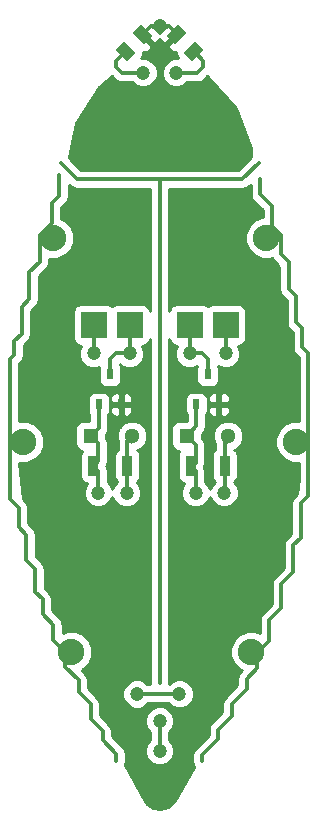
<source format=gbr>
G04 #@! TF.FileFunction,Copper,L1,Top,Signal*
%FSLAX46Y46*%
G04 Gerber Fmt 4.6, Leading zero omitted, Abs format (unit mm)*
G04 Created by KiCad (PCBNEW 0.201505162027+5655~23~ubuntu14.04.1-product) date Di 25 Aug 2015 00:43:14 CEST*
%MOMM*%
G01*
G04 APERTURE LIST*
%ADD10C,0.100000*%
%ADD11C,2.235200*%
%ADD12R,2.200000X2.200000*%
%ADD13R,0.609600X0.889000*%
%ADD14C,1.300000*%
%ADD15R,1.300000X1.300000*%
%ADD16R,0.900000X1.700000*%
%ADD17C,1.200000*%
%ADD18C,0.350000*%
%ADD19C,0.254000*%
G04 APERTURE END LIST*
D10*
D11*
X142240000Y-56134000D03*
X143764000Y-91186000D03*
X160274000Y-56134000D03*
X159004000Y-91186000D03*
X139700000Y-73406000D03*
D10*
G36*
X148519941Y-41189887D02*
X147532113Y-40202059D01*
X148239219Y-39494953D01*
X149227047Y-40482781D01*
X148519941Y-41189887D01*
X148519941Y-41189887D01*
G37*
G36*
X149956781Y-39753047D02*
X148968953Y-38765219D01*
X149676059Y-38058113D01*
X150663887Y-39045941D01*
X149956781Y-39753047D01*
X149956781Y-39753047D01*
G37*
G36*
X154981887Y-40202059D02*
X153994059Y-41189887D01*
X153286953Y-40482781D01*
X154274781Y-39494953D01*
X154981887Y-40202059D01*
X154981887Y-40202059D01*
G37*
G36*
X153545047Y-38765219D02*
X152557219Y-39753047D01*
X151850113Y-39045941D01*
X152837941Y-38058113D01*
X153545047Y-38765219D01*
X153545047Y-38765219D01*
G37*
D12*
X153797000Y-63500000D03*
X156845000Y-63500000D03*
X145669000Y-63500000D03*
X148717000Y-63500000D03*
D13*
X156273500Y-70231000D03*
X154368500Y-70231000D03*
X155321000Y-67691000D03*
X148018500Y-70231000D03*
X146113500Y-70231000D03*
X147066000Y-67691000D03*
D14*
X157043000Y-72898000D03*
D15*
X153543000Y-72898000D03*
D14*
X148915000Y-72898000D03*
D15*
X145415000Y-72898000D03*
D16*
X153871000Y-75438000D03*
X156771000Y-75438000D03*
X145616000Y-75438000D03*
X148516000Y-75438000D03*
D11*
X162814000Y-73406000D03*
D17*
X154305000Y-77724000D03*
X153797000Y-65913000D03*
X146050000Y-77724000D03*
X148717000Y-65913000D03*
X152654000Y-42164000D03*
X149860000Y-42164000D03*
X151256661Y-38227000D03*
X147193000Y-52832000D03*
X155321000Y-52832000D03*
X156845000Y-65913000D03*
X145669000Y-65913000D03*
X152935305Y-94742000D03*
X149339935Y-94752160D03*
X148463000Y-77724000D03*
X156718000Y-77724000D03*
X151257000Y-99568000D03*
X151257000Y-97028000D03*
D18*
X142113000Y-54864000D02*
X141097000Y-55880000D01*
X141097000Y-55880000D02*
X141097000Y-58166000D01*
X142113000Y-53213000D02*
X142113000Y-54864000D01*
X157353000Y-95631000D02*
X157353000Y-96647000D01*
X154813000Y-99949000D02*
X154813000Y-100457000D01*
X156210000Y-98552000D02*
X154813000Y-99949000D01*
X156210000Y-97790000D02*
X156210000Y-98552000D01*
X157353000Y-96647000D02*
X156210000Y-97790000D01*
X160528000Y-89535000D02*
X160528000Y-90297000D01*
X162179000Y-58166000D02*
X162179000Y-59436000D01*
X161544000Y-57531000D02*
X162179000Y-58166000D01*
X161544000Y-55880000D02*
X161544000Y-57531000D01*
X160782000Y-55118000D02*
X161544000Y-55880000D01*
X160782000Y-53467000D02*
X160782000Y-55118000D01*
X159766000Y-52451000D02*
X160782000Y-53467000D01*
X162179000Y-59436000D02*
X162179000Y-60452000D01*
X162179000Y-60452000D02*
X162814000Y-61087000D01*
X159766000Y-51181000D02*
X159766000Y-52451000D01*
X163830000Y-65913000D02*
X163322000Y-65405000D01*
X163322000Y-65405000D02*
X163322000Y-63754000D01*
X163322000Y-63754000D02*
X162814000Y-63246000D01*
X162814000Y-63246000D02*
X162814000Y-61087000D01*
X163195000Y-81534000D02*
X162560000Y-82169000D01*
X162560000Y-82169000D02*
X162560000Y-84455000D01*
X162560000Y-84455000D02*
X161544000Y-85471000D01*
X161544000Y-85471000D02*
X161544000Y-87503000D01*
X161544000Y-87503000D02*
X160528000Y-88519000D01*
X160528000Y-88519000D02*
X160528000Y-89535000D01*
X163830000Y-76835000D02*
X163830000Y-77978000D01*
X163830000Y-74422000D02*
X163830000Y-66167000D01*
X163830000Y-74422000D02*
X163830000Y-76835000D01*
X163195000Y-78613000D02*
X163195000Y-81026000D01*
X163830000Y-77978000D02*
X163195000Y-78613000D01*
X163195000Y-81026000D02*
X163195000Y-81534000D01*
X163830000Y-66167000D02*
X163830000Y-65913000D01*
X158623000Y-94361000D02*
X157353000Y-95631000D01*
X157353000Y-95631000D02*
X157353000Y-95631000D01*
X158623000Y-93472000D02*
X158623000Y-94361000D01*
X159512000Y-92583000D02*
X158623000Y-93472000D01*
X159512000Y-91313000D02*
X159512000Y-92583000D01*
X160528000Y-90297000D02*
X159512000Y-91313000D01*
X145415000Y-96901000D02*
X146431000Y-97917000D01*
X138557000Y-78232000D02*
X139319000Y-78994000D01*
X139319000Y-78994000D02*
X139319000Y-80645000D01*
X139319000Y-80645000D02*
X139954000Y-81280000D01*
X139954000Y-81280000D02*
X139954000Y-83439000D01*
X139954000Y-83439000D02*
X140716000Y-84201000D01*
X140716000Y-84201000D02*
X140716000Y-86106000D01*
X140716000Y-86106000D02*
X141351000Y-86741000D01*
X141351000Y-86741000D02*
X141351000Y-88011000D01*
X141351000Y-88011000D02*
X142240000Y-88900000D01*
X142240000Y-88900000D02*
X142240000Y-90170000D01*
X142240000Y-90170000D02*
X143256000Y-91186000D01*
X143256000Y-91186000D02*
X143256000Y-92456000D01*
X143256000Y-92456000D02*
X144399000Y-93599000D01*
X144399000Y-93599000D02*
X144399000Y-94615000D01*
X144399000Y-94615000D02*
X145415000Y-95631000D01*
X145415000Y-95631000D02*
X145415000Y-96901000D01*
X138938000Y-66040000D02*
X138938000Y-64897000D01*
X138938000Y-64897000D02*
X139573000Y-64262000D01*
X142748000Y-52578000D02*
X142113000Y-53213000D01*
X141097000Y-58166000D02*
X140208000Y-59055000D01*
X140208000Y-59055000D02*
X140208000Y-61341000D01*
X140208000Y-61341000D02*
X139573000Y-61976000D01*
X139573000Y-61976000D02*
X139573000Y-64262000D01*
X142748000Y-50800000D02*
X142748000Y-52578000D01*
X138557000Y-77597000D02*
X138557000Y-66421000D01*
X138938000Y-66040000D02*
X138557000Y-66421000D01*
X138557000Y-77597000D02*
X138557000Y-78232000D01*
X147574000Y-99822000D02*
X147574000Y-100457000D01*
X146431000Y-98679000D02*
X147574000Y-99822000D01*
X146431000Y-97917000D02*
X146431000Y-98679000D01*
X142875000Y-49784000D02*
X143129000Y-50038000D01*
X143129000Y-50038000D02*
X144272000Y-51181000D01*
X144272000Y-51181000D02*
X151257000Y-51181000D01*
X151257000Y-79883000D02*
X151257000Y-51181000D01*
X151257000Y-91440000D02*
X151257000Y-79883000D01*
X151257000Y-91440000D02*
X151257000Y-93853000D01*
X151257000Y-51181000D02*
X158242000Y-51181000D01*
X158242000Y-51181000D02*
X159639000Y-49784000D01*
X154305000Y-70294500D02*
X154368500Y-70231000D01*
X154368500Y-72072500D02*
X153543000Y-72898000D01*
X154368500Y-70231000D02*
X154368500Y-72072500D01*
X154305000Y-73660000D02*
X153543000Y-72898000D01*
X154305000Y-75184000D02*
X154305000Y-73660000D01*
X154051000Y-75438000D02*
X154305000Y-75184000D01*
X153871000Y-75438000D02*
X154051000Y-75438000D01*
X154305000Y-75872000D02*
X153871000Y-75438000D01*
X154305000Y-75872000D02*
X154305000Y-77724000D01*
X153797000Y-65913000D02*
X154813000Y-65913000D01*
X155321000Y-66421000D02*
X155321000Y-67691000D01*
X154813000Y-65913000D02*
X155321000Y-66421000D01*
X153797000Y-63500000D02*
X153797000Y-65913000D01*
X146050000Y-70294500D02*
X146113500Y-70231000D01*
X146113500Y-72199500D02*
X145415000Y-72898000D01*
X146113500Y-70231000D02*
X146113500Y-72199500D01*
X146050000Y-75872000D02*
X145616000Y-75438000D01*
X146050000Y-75872000D02*
X146050000Y-77724000D01*
X145415000Y-75237000D02*
X145616000Y-75438000D01*
X146050000Y-73533000D02*
X145415000Y-72898000D01*
X146050000Y-75057000D02*
X146050000Y-73533000D01*
X145669000Y-75438000D02*
X146050000Y-75057000D01*
X145616000Y-75438000D02*
X145669000Y-75438000D01*
X148717000Y-65913000D02*
X147574000Y-65913000D01*
X148717000Y-63500000D02*
X148717000Y-65913000D01*
X147066000Y-66421000D02*
X147066000Y-67691000D01*
X147574000Y-65913000D02*
X147066000Y-66421000D01*
X154134420Y-40342420D02*
X154134420Y-40429580D01*
X154134420Y-40342420D02*
X154940000Y-41148000D01*
X154432000Y-42164000D02*
X152654000Y-42164000D01*
X154940000Y-41656000D02*
X154432000Y-42164000D01*
X154940000Y-41148000D02*
X154940000Y-41656000D01*
X148379580Y-40342420D02*
X148379580Y-40429580D01*
X148082000Y-42164000D02*
X147574000Y-41656000D01*
X147574000Y-41656000D02*
X147574000Y-41148000D01*
X147574000Y-41148000D02*
X148379580Y-40342420D01*
X149860000Y-42164000D02*
X148082000Y-42164000D01*
X152019000Y-38227000D02*
X152697580Y-38905580D01*
X149816420Y-38905580D02*
X150495000Y-38227000D01*
X150495000Y-38227000D02*
X151458760Y-38227000D01*
X151458760Y-38227000D02*
X152019000Y-38227000D01*
X151458760Y-38227000D02*
X151256661Y-38227000D01*
X156845000Y-63500000D02*
X156845000Y-65913000D01*
X145669000Y-63500000D02*
X145669000Y-65913000D01*
X149350095Y-94742000D02*
X149339935Y-94752160D01*
X152935305Y-94742000D02*
X149350095Y-94742000D01*
X148516000Y-77671000D02*
X148463000Y-77724000D01*
X148516000Y-75438000D02*
X148516000Y-77671000D01*
X148516000Y-73297000D02*
X148915000Y-72898000D01*
X148516000Y-75438000D02*
X148516000Y-73297000D01*
X156771000Y-73170000D02*
X157043000Y-72898000D01*
X156771000Y-75438000D02*
X156771000Y-73170000D01*
X156771000Y-77671000D02*
X156718000Y-77724000D01*
X156771000Y-75438000D02*
X156771000Y-77671000D01*
X151257000Y-99568000D02*
X151257000Y-97028000D01*
D19*
G36*
X151917462Y-38305070D02*
X151692958Y-38305070D01*
X151490414Y-38507614D01*
X151311785Y-38686243D01*
X151257000Y-38818505D01*
X151202215Y-38686243D01*
X151023586Y-38507614D01*
X150821042Y-38305070D01*
X150596538Y-38305070D01*
X150708790Y-38192818D01*
X150663416Y-38147444D01*
X151149947Y-38036134D01*
X151844287Y-38153740D01*
X151805210Y-38192818D01*
X151917462Y-38305070D01*
X151917462Y-38305070D01*
G37*
X151917462Y-38305070D02*
X151692958Y-38305070D01*
X151490414Y-38507614D01*
X151311785Y-38686243D01*
X151257000Y-38818505D01*
X151202215Y-38686243D01*
X151023586Y-38507614D01*
X150821042Y-38305070D01*
X150596538Y-38305070D01*
X150708790Y-38192818D01*
X150663416Y-38147444D01*
X151149947Y-38036134D01*
X151844287Y-38153740D01*
X151805210Y-38192818D01*
X151917462Y-38305070D01*
G36*
X159033637Y-49243849D02*
X157906487Y-50371000D01*
X151257000Y-50371000D01*
X144607512Y-50371000D01*
X143701758Y-49465246D01*
X143701756Y-49465244D01*
X143701756Y-49465243D01*
X143558927Y-49322414D01*
X144142193Y-46390134D01*
X146161380Y-43368207D01*
X147228037Y-42455549D01*
X147509243Y-42736756D01*
X147509244Y-42736756D01*
X147640635Y-42824549D01*
X147772026Y-42912342D01*
X147772027Y-42912342D01*
X148082000Y-42974000D01*
X148923556Y-42974000D01*
X149159515Y-43210371D01*
X149613266Y-43398785D01*
X150104579Y-43399214D01*
X150558657Y-43211592D01*
X150906371Y-42864485D01*
X151094785Y-42410734D01*
X151095214Y-41919421D01*
X150907592Y-41465343D01*
X150560485Y-41117629D01*
X150106734Y-40929215D01*
X149692778Y-40928853D01*
X149822845Y-40736165D01*
X149874475Y-40486844D01*
X149855305Y-40388047D01*
X150083090Y-40388047D01*
X150316480Y-40291374D01*
X150557291Y-40050563D01*
X150557291Y-39826056D01*
X149816420Y-39085185D01*
X149802277Y-39099327D01*
X149622672Y-38919722D01*
X149636815Y-38905580D01*
X149622672Y-38891437D01*
X149802277Y-38711832D01*
X149816420Y-38725975D01*
X149830562Y-38711832D01*
X150010167Y-38891437D01*
X149996025Y-38905580D01*
X150736896Y-39646451D01*
X150961403Y-39646451D01*
X151202214Y-39405640D01*
X151257000Y-39273374D01*
X151311786Y-39405640D01*
X151552597Y-39646451D01*
X151777104Y-39646451D01*
X152517975Y-38905580D01*
X152503832Y-38891437D01*
X152683437Y-38711832D01*
X152697580Y-38725975D01*
X152711722Y-38711832D01*
X152891327Y-38891437D01*
X152877185Y-38905580D01*
X152891327Y-38919722D01*
X152711722Y-39099327D01*
X152697580Y-39085185D01*
X152517975Y-39264790D01*
X151956709Y-39826056D01*
X151956709Y-40050563D01*
X152197520Y-40291374D01*
X152430910Y-40388047D01*
X152658301Y-40388047D01*
X152639525Y-40478718D01*
X152688022Y-40728668D01*
X152821523Y-40929145D01*
X152409421Y-40928786D01*
X151955343Y-41116408D01*
X151607629Y-41463515D01*
X151419215Y-41917266D01*
X151418786Y-42408579D01*
X151606408Y-42862657D01*
X151953515Y-43210371D01*
X152407266Y-43398785D01*
X152898579Y-43399214D01*
X153352657Y-43211592D01*
X153590664Y-42974000D01*
X154432000Y-42974000D01*
X154432000Y-42973999D01*
X154741973Y-42912342D01*
X154741974Y-42912342D01*
X155004756Y-42736756D01*
X155280212Y-42461299D01*
X157726150Y-45116788D01*
X158978006Y-48528827D01*
X159033637Y-49243849D01*
X159033637Y-49243849D01*
G37*
X159033637Y-49243849D02*
X157906487Y-50371000D01*
X151257000Y-50371000D01*
X144607512Y-50371000D01*
X143701758Y-49465246D01*
X143701756Y-49465244D01*
X143701756Y-49465243D01*
X143558927Y-49322414D01*
X144142193Y-46390134D01*
X146161380Y-43368207D01*
X147228037Y-42455549D01*
X147509243Y-42736756D01*
X147509244Y-42736756D01*
X147640635Y-42824549D01*
X147772026Y-42912342D01*
X147772027Y-42912342D01*
X148082000Y-42974000D01*
X148923556Y-42974000D01*
X149159515Y-43210371D01*
X149613266Y-43398785D01*
X150104579Y-43399214D01*
X150558657Y-43211592D01*
X150906371Y-42864485D01*
X151094785Y-42410734D01*
X151095214Y-41919421D01*
X150907592Y-41465343D01*
X150560485Y-41117629D01*
X150106734Y-40929215D01*
X149692778Y-40928853D01*
X149822845Y-40736165D01*
X149874475Y-40486844D01*
X149855305Y-40388047D01*
X150083090Y-40388047D01*
X150316480Y-40291374D01*
X150557291Y-40050563D01*
X150557291Y-39826056D01*
X149816420Y-39085185D01*
X149802277Y-39099327D01*
X149622672Y-38919722D01*
X149636815Y-38905580D01*
X149622672Y-38891437D01*
X149802277Y-38711832D01*
X149816420Y-38725975D01*
X149830562Y-38711832D01*
X150010167Y-38891437D01*
X149996025Y-38905580D01*
X150736896Y-39646451D01*
X150961403Y-39646451D01*
X151202214Y-39405640D01*
X151257000Y-39273374D01*
X151311786Y-39405640D01*
X151552597Y-39646451D01*
X151777104Y-39646451D01*
X152517975Y-38905580D01*
X152503832Y-38891437D01*
X152683437Y-38711832D01*
X152697580Y-38725975D01*
X152711722Y-38711832D01*
X152891327Y-38891437D01*
X152877185Y-38905580D01*
X152891327Y-38919722D01*
X152711722Y-39099327D01*
X152697580Y-39085185D01*
X152517975Y-39264790D01*
X151956709Y-39826056D01*
X151956709Y-40050563D01*
X152197520Y-40291374D01*
X152430910Y-40388047D01*
X152658301Y-40388047D01*
X152639525Y-40478718D01*
X152688022Y-40728668D01*
X152821523Y-40929145D01*
X152409421Y-40928786D01*
X151955343Y-41116408D01*
X151607629Y-41463515D01*
X151419215Y-41917266D01*
X151418786Y-42408579D01*
X151606408Y-42862657D01*
X151953515Y-43210371D01*
X152407266Y-43398785D01*
X152898579Y-43399214D01*
X153352657Y-43211592D01*
X153590664Y-42974000D01*
X154432000Y-42974000D01*
X154432000Y-42973999D01*
X154741973Y-42912342D01*
X154741974Y-42912342D01*
X155004756Y-42736756D01*
X155280212Y-42461299D01*
X157726150Y-45116788D01*
X158978006Y-48528827D01*
X159033637Y-49243849D01*
G36*
X163020000Y-76555288D02*
X162847977Y-77814510D01*
X162622244Y-78040244D01*
X162446658Y-78303026D01*
X162385000Y-78613000D01*
X162385000Y-81026000D01*
X162385000Y-81198487D01*
X161987244Y-81596244D01*
X161811658Y-81859026D01*
X161750000Y-82169000D01*
X161750000Y-84119487D01*
X160971244Y-84898244D01*
X160795658Y-85161026D01*
X160734000Y-85471000D01*
X160734000Y-87167487D01*
X159955244Y-87946244D01*
X159779658Y-88209026D01*
X159718000Y-88519000D01*
X159718000Y-89535000D01*
X159718000Y-89584791D01*
X159354143Y-89433705D01*
X158656916Y-89433097D01*
X158328223Y-89568910D01*
X158328223Y-72643519D01*
X158133005Y-72171057D01*
X157771845Y-71809265D01*
X157299724Y-71613223D01*
X157213300Y-71613147D01*
X157213300Y-70801810D01*
X157213300Y-70549191D01*
X157213300Y-70516750D01*
X157213300Y-69945250D01*
X157213300Y-69912809D01*
X157213300Y-69660190D01*
X157116627Y-69426801D01*
X156937998Y-69248173D01*
X156704609Y-69151500D01*
X156559250Y-69151500D01*
X156400500Y-69310250D01*
X156400500Y-70104000D01*
X157054550Y-70104000D01*
X157213300Y-69945250D01*
X157213300Y-70516750D01*
X157054550Y-70358000D01*
X156400500Y-70358000D01*
X156400500Y-71151750D01*
X156559250Y-71310500D01*
X156704609Y-71310500D01*
X156937998Y-71213827D01*
X157116627Y-71035199D01*
X157213300Y-70801810D01*
X157213300Y-71613147D01*
X156788519Y-71612777D01*
X156316057Y-71807995D01*
X156146500Y-71977255D01*
X156146500Y-71151750D01*
X156146500Y-70358000D01*
X156146500Y-70104000D01*
X156146500Y-69310250D01*
X155987750Y-69151500D01*
X155842391Y-69151500D01*
X155609002Y-69248173D01*
X155430373Y-69426801D01*
X155333700Y-69660190D01*
X155333700Y-69912809D01*
X155333700Y-69945250D01*
X155492450Y-70104000D01*
X156146500Y-70104000D01*
X156146500Y-70358000D01*
X155492450Y-70358000D01*
X155333700Y-70516750D01*
X155333700Y-70549191D01*
X155333700Y-70801810D01*
X155430373Y-71035199D01*
X155609002Y-71213827D01*
X155842391Y-71310500D01*
X155987750Y-71310500D01*
X156146500Y-71151750D01*
X156146500Y-71977255D01*
X155954265Y-72169155D01*
X155758223Y-72641276D01*
X155757777Y-73152481D01*
X155952995Y-73624943D01*
X155961000Y-73632962D01*
X155961000Y-74064969D01*
X155866073Y-74127327D01*
X155723623Y-74338360D01*
X155673560Y-74588000D01*
X155673560Y-76288000D01*
X155720537Y-76530123D01*
X155860327Y-76742927D01*
X155915440Y-76780129D01*
X155671629Y-77023515D01*
X155511338Y-77409537D01*
X155352592Y-77025343D01*
X155115000Y-76787335D01*
X155115000Y-75872000D01*
X155053343Y-75562027D01*
X155053342Y-75562026D01*
X155030606Y-75528000D01*
X155030606Y-75527999D01*
X155053342Y-75493974D01*
X155053342Y-75493973D01*
X155114999Y-75184000D01*
X155115000Y-75184000D01*
X155115000Y-73660000D01*
X155080766Y-73487896D01*
X155053343Y-73350027D01*
X155053342Y-73350026D01*
X154877757Y-73087244D01*
X154840440Y-73049927D01*
X154840440Y-72746072D01*
X154941256Y-72645257D01*
X154941256Y-72645256D01*
X155029049Y-72513865D01*
X155116842Y-72382474D01*
X155116842Y-72382473D01*
X155178499Y-72072500D01*
X155178500Y-72072500D01*
X155178500Y-71061695D01*
X155270677Y-70925140D01*
X155320740Y-70675500D01*
X155320740Y-69786500D01*
X155273763Y-69544377D01*
X155133973Y-69331573D01*
X154922940Y-69189123D01*
X154673300Y-69139060D01*
X154063700Y-69139060D01*
X153821577Y-69186037D01*
X153608773Y-69325827D01*
X153466323Y-69536860D01*
X153416260Y-69786500D01*
X153416260Y-70675500D01*
X153463237Y-70917623D01*
X153558500Y-71062643D01*
X153558500Y-71600560D01*
X152893000Y-71600560D01*
X152650877Y-71647537D01*
X152438073Y-71787327D01*
X152295623Y-71998360D01*
X152245560Y-72248000D01*
X152245560Y-73548000D01*
X152292537Y-73790123D01*
X152432327Y-74002927D01*
X152643360Y-74145377D01*
X152893000Y-74195440D01*
X152920095Y-74195440D01*
X152823623Y-74338360D01*
X152773560Y-74588000D01*
X152773560Y-76288000D01*
X152820537Y-76530123D01*
X152960327Y-76742927D01*
X153171360Y-76885377D01*
X153359260Y-76923058D01*
X153258629Y-77023515D01*
X153070215Y-77477266D01*
X153069786Y-77968579D01*
X153257408Y-78422657D01*
X153604515Y-78770371D01*
X154058266Y-78958785D01*
X154549579Y-78959214D01*
X155003657Y-78771592D01*
X155351371Y-78424485D01*
X155511661Y-78038462D01*
X155670408Y-78422657D01*
X156017515Y-78770371D01*
X156471266Y-78958785D01*
X156962579Y-78959214D01*
X157416657Y-78771592D01*
X157764371Y-78424485D01*
X157952785Y-77970734D01*
X157953214Y-77479421D01*
X157765592Y-77025343D01*
X157581000Y-76840428D01*
X157581000Y-76811030D01*
X157675927Y-76748673D01*
X157818377Y-76537640D01*
X157868440Y-76288000D01*
X157868440Y-74588000D01*
X157821463Y-74345877D01*
X157681673Y-74133073D01*
X157581879Y-74065711D01*
X157769943Y-73988005D01*
X158131735Y-73626845D01*
X158327777Y-73154724D01*
X158328223Y-72643519D01*
X158328223Y-89568910D01*
X158012529Y-89699352D01*
X157519085Y-90191936D01*
X157251705Y-90835857D01*
X157251097Y-91533084D01*
X157517352Y-92177471D01*
X158009936Y-92670915D01*
X158199753Y-92749734D01*
X158050244Y-92899244D01*
X157874658Y-93162026D01*
X157813000Y-93472000D01*
X157813000Y-94025487D01*
X156780244Y-95058244D01*
X156604658Y-95321026D01*
X156543000Y-95631000D01*
X156543000Y-96311487D01*
X155637244Y-97217244D01*
X155461658Y-97480026D01*
X155400000Y-97790000D01*
X155400000Y-98216487D01*
X154240244Y-99376244D01*
X154064658Y-99639026D01*
X154003000Y-99949000D01*
X154003000Y-100457000D01*
X154064658Y-100766974D01*
X154167912Y-100921504D01*
X152492214Y-103873721D01*
X152492214Y-99323421D01*
X152304592Y-98869343D01*
X152067000Y-98631335D01*
X152067000Y-97964443D01*
X152303371Y-97728485D01*
X152491785Y-97274734D01*
X152492214Y-96783421D01*
X152304592Y-96329343D01*
X151957485Y-95981629D01*
X151503734Y-95793215D01*
X151012421Y-95792786D01*
X150558343Y-95980408D01*
X150210629Y-96327515D01*
X150022215Y-96781266D01*
X150021786Y-97272579D01*
X150209408Y-97726657D01*
X150447000Y-97964664D01*
X150447000Y-98631556D01*
X150210629Y-98867515D01*
X150022215Y-99321266D01*
X150021786Y-99812579D01*
X150209408Y-100266657D01*
X150556515Y-100614371D01*
X151010266Y-100802785D01*
X151501579Y-100803214D01*
X151955657Y-100615592D01*
X152303371Y-100268485D01*
X152491785Y-99814734D01*
X152492214Y-99323421D01*
X152492214Y-103873721D01*
X152468389Y-103915696D01*
X151953079Y-104305655D01*
X151350691Y-104462750D01*
X150734040Y-104377363D01*
X150161705Y-104041798D01*
X150075176Y-103951472D01*
X148320340Y-100769969D01*
X148322342Y-100766974D01*
X148384000Y-100457000D01*
X148384000Y-99822000D01*
X148322342Y-99512027D01*
X148322342Y-99512026D01*
X148234549Y-99380635D01*
X148146756Y-99249244D01*
X148146756Y-99249243D01*
X147241000Y-98343487D01*
X147241000Y-97917000D01*
X147179342Y-97607027D01*
X147179342Y-97607026D01*
X147109012Y-97501770D01*
X147003757Y-97344244D01*
X146225000Y-96565487D01*
X146225000Y-95631000D01*
X146163342Y-95321027D01*
X146163342Y-95321026D01*
X146093012Y-95215770D01*
X145987757Y-95058244D01*
X145209000Y-94279487D01*
X145209000Y-93599000D01*
X145147342Y-93289027D01*
X145147342Y-93289026D01*
X145059549Y-93157635D01*
X144971756Y-93026244D01*
X144971756Y-93026243D01*
X144658307Y-92712795D01*
X144755471Y-92672648D01*
X145248915Y-92180064D01*
X145516295Y-91536143D01*
X145516903Y-90838916D01*
X145250648Y-90194529D01*
X144758064Y-89701085D01*
X144114143Y-89433705D01*
X143416916Y-89433097D01*
X143050000Y-89584703D01*
X143050000Y-88900000D01*
X143015766Y-88727896D01*
X142988343Y-88590027D01*
X142988342Y-88590026D01*
X142812757Y-88327244D01*
X142161000Y-87675487D01*
X142161000Y-86741000D01*
X142099343Y-86431027D01*
X142099342Y-86431026D01*
X141923757Y-86168244D01*
X141526000Y-85770487D01*
X141526000Y-84201000D01*
X141491766Y-84028896D01*
X141464343Y-83891027D01*
X141464342Y-83891026D01*
X141288757Y-83628244D01*
X140764000Y-83103487D01*
X140764000Y-81280000D01*
X140702343Y-80970027D01*
X140702342Y-80970026D01*
X140526757Y-80707244D01*
X140129000Y-80309487D01*
X140129000Y-78994000D01*
X140094766Y-78821896D01*
X140067343Y-78684027D01*
X140067342Y-78684026D01*
X139891757Y-78421244D01*
X139725203Y-78254690D01*
X139378983Y-75158320D01*
X140047084Y-75158903D01*
X140691471Y-74892648D01*
X141184915Y-74400064D01*
X141452295Y-73756143D01*
X141452903Y-73058916D01*
X141186648Y-72414529D01*
X140694064Y-71921085D01*
X140050143Y-71653705D01*
X139367000Y-71653109D01*
X139367000Y-66756512D01*
X139510756Y-66612757D01*
X139510756Y-66612756D01*
X139598549Y-66481365D01*
X139686342Y-66349974D01*
X139686342Y-66349973D01*
X139747999Y-66040000D01*
X139748000Y-66040000D01*
X139748000Y-65232512D01*
X140145756Y-64834756D01*
X140145757Y-64834756D01*
X140321342Y-64571974D01*
X140321343Y-64571973D01*
X140383000Y-64262000D01*
X140383000Y-62311512D01*
X140780756Y-61913756D01*
X140780757Y-61913756D01*
X140956342Y-61650974D01*
X140956343Y-61650973D01*
X141018000Y-61341000D01*
X141018000Y-59390512D01*
X141669756Y-58738756D01*
X141669757Y-58738756D01*
X141845342Y-58475974D01*
X141845343Y-58475973D01*
X141872766Y-58338103D01*
X141906999Y-58166000D01*
X141907000Y-58166000D01*
X141907000Y-57886309D01*
X142587084Y-57886903D01*
X143231471Y-57620648D01*
X143724915Y-57128064D01*
X143992295Y-56484143D01*
X143992903Y-55786916D01*
X143726648Y-55142529D01*
X143234064Y-54649085D01*
X142923000Y-54519919D01*
X142923000Y-53548512D01*
X143320756Y-53150756D01*
X143320757Y-53150756D01*
X143496342Y-52887974D01*
X143496343Y-52887973D01*
X143558000Y-52578000D01*
X143558000Y-51612512D01*
X143699243Y-51753756D01*
X143699244Y-51753756D01*
X143830635Y-51841549D01*
X143962026Y-51929342D01*
X143962027Y-51929342D01*
X144272000Y-51991000D01*
X150447000Y-51991000D01*
X150447000Y-62310112D01*
X150417463Y-62157877D01*
X150277673Y-61945073D01*
X150066640Y-61802623D01*
X149817000Y-61752560D01*
X147617000Y-61752560D01*
X147374877Y-61799537D01*
X147192018Y-61919655D01*
X147018640Y-61802623D01*
X146769000Y-61752560D01*
X144569000Y-61752560D01*
X144326877Y-61799537D01*
X144114073Y-61939327D01*
X143971623Y-62150360D01*
X143921560Y-62400000D01*
X143921560Y-64600000D01*
X143968537Y-64842123D01*
X144108327Y-65054927D01*
X144319360Y-65197377D01*
X144569000Y-65247440D01*
X144608126Y-65247440D01*
X144434215Y-65666266D01*
X144433786Y-66157579D01*
X144621408Y-66611657D01*
X144968515Y-66959371D01*
X145422266Y-67147785D01*
X145913579Y-67148214D01*
X146153337Y-67049147D01*
X146113760Y-67246500D01*
X146113760Y-68135500D01*
X146160737Y-68377623D01*
X146300527Y-68590427D01*
X146511560Y-68732877D01*
X146761200Y-68782940D01*
X147370800Y-68782940D01*
X147612923Y-68735963D01*
X147825727Y-68596173D01*
X147968177Y-68385140D01*
X148018240Y-68135500D01*
X148018240Y-67246500D01*
X147971263Y-67004377D01*
X147876000Y-66859356D01*
X147876000Y-66818610D01*
X148016515Y-66959371D01*
X148470266Y-67147785D01*
X148961579Y-67148214D01*
X149415657Y-66960592D01*
X149763371Y-66613485D01*
X149951785Y-66159734D01*
X149952214Y-65668421D01*
X149778267Y-65247440D01*
X149817000Y-65247440D01*
X150059123Y-65200463D01*
X150271927Y-65060673D01*
X150414377Y-64849640D01*
X150447000Y-64686964D01*
X150447000Y-79883000D01*
X150447000Y-91440000D01*
X150447000Y-93853000D01*
X150462714Y-93932000D01*
X150266236Y-93932000D01*
X150200223Y-93865871D01*
X150200223Y-72643519D01*
X150005005Y-72171057D01*
X149643845Y-71809265D01*
X149171724Y-71613223D01*
X148958300Y-71613036D01*
X148958300Y-70801810D01*
X148958300Y-70549191D01*
X148958300Y-70516750D01*
X148958300Y-69945250D01*
X148958300Y-69912809D01*
X148958300Y-69660190D01*
X148861627Y-69426801D01*
X148682998Y-69248173D01*
X148449609Y-69151500D01*
X148304250Y-69151500D01*
X148145500Y-69310250D01*
X148145500Y-70104000D01*
X148799550Y-70104000D01*
X148958300Y-69945250D01*
X148958300Y-70516750D01*
X148799550Y-70358000D01*
X148145500Y-70358000D01*
X148145500Y-71151750D01*
X148304250Y-71310500D01*
X148449609Y-71310500D01*
X148682998Y-71213827D01*
X148861627Y-71035199D01*
X148958300Y-70801810D01*
X148958300Y-71613036D01*
X148660519Y-71612777D01*
X148188057Y-71807995D01*
X147891500Y-72104033D01*
X147891500Y-71151750D01*
X147891500Y-70358000D01*
X147891500Y-70104000D01*
X147891500Y-69310250D01*
X147732750Y-69151500D01*
X147587391Y-69151500D01*
X147354002Y-69248173D01*
X147175373Y-69426801D01*
X147078700Y-69660190D01*
X147078700Y-69912809D01*
X147078700Y-69945250D01*
X147237450Y-70104000D01*
X147891500Y-70104000D01*
X147891500Y-70358000D01*
X147237450Y-70358000D01*
X147078700Y-70516750D01*
X147078700Y-70549191D01*
X147078700Y-70801810D01*
X147175373Y-71035199D01*
X147354002Y-71213827D01*
X147587391Y-71310500D01*
X147732750Y-71310500D01*
X147891500Y-71151750D01*
X147891500Y-72104033D01*
X147826265Y-72169155D01*
X147630223Y-72641276D01*
X147629777Y-73152481D01*
X147706000Y-73336954D01*
X147706000Y-74064969D01*
X147611073Y-74127327D01*
X147468623Y-74338360D01*
X147418560Y-74588000D01*
X147418560Y-76288000D01*
X147465537Y-76530123D01*
X147605327Y-76742927D01*
X147660440Y-76780129D01*
X147416629Y-77023515D01*
X147256338Y-77409537D01*
X147097592Y-77025343D01*
X146860000Y-76787335D01*
X146860000Y-75872000D01*
X146798343Y-75562027D01*
X146798342Y-75562026D01*
X146733177Y-75464499D01*
X146798342Y-75366974D01*
X146798342Y-75366973D01*
X146859999Y-75057000D01*
X146860000Y-75057000D01*
X146860000Y-73533000D01*
X146798343Y-73223027D01*
X146798342Y-73223026D01*
X146712440Y-73094465D01*
X146712440Y-73094464D01*
X146712440Y-72733069D01*
X146774049Y-72640865D01*
X146861842Y-72509474D01*
X146861842Y-72509473D01*
X146923499Y-72199500D01*
X146923500Y-72199500D01*
X146923500Y-71061695D01*
X147015677Y-70925140D01*
X147065740Y-70675500D01*
X147065740Y-69786500D01*
X147018763Y-69544377D01*
X146878973Y-69331573D01*
X146667940Y-69189123D01*
X146418300Y-69139060D01*
X145808700Y-69139060D01*
X145566577Y-69186037D01*
X145353773Y-69325827D01*
X145211323Y-69536860D01*
X145161260Y-69786500D01*
X145161260Y-70675500D01*
X145208237Y-70917623D01*
X145303500Y-71062643D01*
X145303500Y-71600560D01*
X144765000Y-71600560D01*
X144522877Y-71647537D01*
X144310073Y-71787327D01*
X144167623Y-71998360D01*
X144117560Y-72248000D01*
X144117560Y-73548000D01*
X144164537Y-73790123D01*
X144304327Y-74002927D01*
X144515360Y-74145377D01*
X144677007Y-74177793D01*
X144568623Y-74338360D01*
X144518560Y-74588000D01*
X144518560Y-76288000D01*
X144565537Y-76530123D01*
X144705327Y-76742927D01*
X144916360Y-76885377D01*
X145104260Y-76923058D01*
X145003629Y-77023515D01*
X144815215Y-77477266D01*
X144814786Y-77968579D01*
X145002408Y-78422657D01*
X145349515Y-78770371D01*
X145803266Y-78958785D01*
X146294579Y-78959214D01*
X146748657Y-78771592D01*
X147096371Y-78424485D01*
X147256661Y-78038462D01*
X147415408Y-78422657D01*
X147762515Y-78770371D01*
X148216266Y-78958785D01*
X148707579Y-78959214D01*
X149161657Y-78771592D01*
X149509371Y-78424485D01*
X149697785Y-77970734D01*
X149698214Y-77479421D01*
X149510592Y-77025343D01*
X149326000Y-76840428D01*
X149326000Y-76811030D01*
X149420927Y-76748673D01*
X149563377Y-76537640D01*
X149613440Y-76288000D01*
X149613440Y-74588000D01*
X149566463Y-74345877D01*
X149426673Y-74133073D01*
X149375101Y-74098261D01*
X149641943Y-73988005D01*
X150003735Y-73626845D01*
X150199777Y-73154724D01*
X150200223Y-72643519D01*
X150200223Y-93865871D01*
X150040420Y-93705789D01*
X149586669Y-93517375D01*
X149095356Y-93516946D01*
X148641278Y-93704568D01*
X148293564Y-94051675D01*
X148105150Y-94505426D01*
X148104721Y-94996739D01*
X148292343Y-95450817D01*
X148639450Y-95798531D01*
X149093201Y-95986945D01*
X149584514Y-95987374D01*
X150038592Y-95799752D01*
X150286777Y-95552000D01*
X151998861Y-95552000D01*
X152234820Y-95788371D01*
X152688571Y-95976785D01*
X153179884Y-95977214D01*
X153633962Y-95789592D01*
X153981676Y-95442485D01*
X154170090Y-94988734D01*
X154170519Y-94497421D01*
X153982897Y-94043343D01*
X153635790Y-93695629D01*
X153182039Y-93507215D01*
X152690726Y-93506786D01*
X152236648Y-93694408D01*
X152064329Y-93866425D01*
X152067000Y-93853000D01*
X152067000Y-91440000D01*
X152067000Y-79883000D01*
X152067000Y-64689887D01*
X152096537Y-64842123D01*
X152236327Y-65054927D01*
X152447360Y-65197377D01*
X152697000Y-65247440D01*
X152736126Y-65247440D01*
X152562215Y-65666266D01*
X152561786Y-66157579D01*
X152749408Y-66611657D01*
X153096515Y-66959371D01*
X153550266Y-67147785D01*
X154041579Y-67148214D01*
X154423054Y-66990590D01*
X154418823Y-66996860D01*
X154368760Y-67246500D01*
X154368760Y-68135500D01*
X154415737Y-68377623D01*
X154555527Y-68590427D01*
X154766560Y-68732877D01*
X155016200Y-68782940D01*
X155625800Y-68782940D01*
X155867923Y-68735963D01*
X156080727Y-68596173D01*
X156223177Y-68385140D01*
X156273240Y-68135500D01*
X156273240Y-67246500D01*
X156226263Y-67004377D01*
X156216271Y-66989166D01*
X156598266Y-67147785D01*
X157089579Y-67148214D01*
X157543657Y-66960592D01*
X157891371Y-66613485D01*
X158079785Y-66159734D01*
X158080214Y-65668421D01*
X157906267Y-65247440D01*
X157945000Y-65247440D01*
X158187123Y-65200463D01*
X158399927Y-65060673D01*
X158542377Y-64849640D01*
X158592440Y-64600000D01*
X158592440Y-62400000D01*
X158545463Y-62157877D01*
X158405673Y-61945073D01*
X158194640Y-61802623D01*
X157945000Y-61752560D01*
X155745000Y-61752560D01*
X155502877Y-61799537D01*
X155320018Y-61919655D01*
X155146640Y-61802623D01*
X154897000Y-61752560D01*
X152697000Y-61752560D01*
X152454877Y-61799537D01*
X152242073Y-61939327D01*
X152099623Y-62150360D01*
X152067000Y-62313035D01*
X152067000Y-51991000D01*
X158242000Y-51991000D01*
X158242000Y-51990999D01*
X158551973Y-51929342D01*
X158551974Y-51929342D01*
X158814756Y-51753756D01*
X158956000Y-51612512D01*
X158956000Y-52451000D01*
X159017658Y-52760974D01*
X159193244Y-53023756D01*
X159972000Y-53802512D01*
X159972000Y-54381136D01*
X159926916Y-54381097D01*
X159282529Y-54647352D01*
X158789085Y-55139936D01*
X158521705Y-55783857D01*
X158521097Y-56481084D01*
X158787352Y-57125471D01*
X159279936Y-57618915D01*
X159923857Y-57886295D01*
X160621084Y-57886903D01*
X160790841Y-57816760D01*
X160795658Y-57840974D01*
X160971244Y-58103756D01*
X161303757Y-58436270D01*
X161369000Y-58684588D01*
X161369000Y-59436000D01*
X161369000Y-60452000D01*
X161430658Y-60761974D01*
X161606244Y-61024756D01*
X162004000Y-61422512D01*
X162004000Y-63246000D01*
X162065658Y-63555974D01*
X162241244Y-63818756D01*
X162512000Y-64089512D01*
X162512000Y-65405000D01*
X162573658Y-65714974D01*
X162749244Y-65977756D01*
X163020000Y-66248512D01*
X163020000Y-71653579D01*
X162466916Y-71653097D01*
X161822529Y-71919352D01*
X161329085Y-72411936D01*
X161061705Y-73055857D01*
X161061097Y-73753084D01*
X161327352Y-74397471D01*
X161819936Y-74890915D01*
X162463857Y-75158295D01*
X163020000Y-75158779D01*
X163020000Y-76555288D01*
X163020000Y-76555288D01*
G37*
X163020000Y-76555288D02*
X162847977Y-77814510D01*
X162622244Y-78040244D01*
X162446658Y-78303026D01*
X162385000Y-78613000D01*
X162385000Y-81026000D01*
X162385000Y-81198487D01*
X161987244Y-81596244D01*
X161811658Y-81859026D01*
X161750000Y-82169000D01*
X161750000Y-84119487D01*
X160971244Y-84898244D01*
X160795658Y-85161026D01*
X160734000Y-85471000D01*
X160734000Y-87167487D01*
X159955244Y-87946244D01*
X159779658Y-88209026D01*
X159718000Y-88519000D01*
X159718000Y-89535000D01*
X159718000Y-89584791D01*
X159354143Y-89433705D01*
X158656916Y-89433097D01*
X158328223Y-89568910D01*
X158328223Y-72643519D01*
X158133005Y-72171057D01*
X157771845Y-71809265D01*
X157299724Y-71613223D01*
X157213300Y-71613147D01*
X157213300Y-70801810D01*
X157213300Y-70549191D01*
X157213300Y-70516750D01*
X157213300Y-69945250D01*
X157213300Y-69912809D01*
X157213300Y-69660190D01*
X157116627Y-69426801D01*
X156937998Y-69248173D01*
X156704609Y-69151500D01*
X156559250Y-69151500D01*
X156400500Y-69310250D01*
X156400500Y-70104000D01*
X157054550Y-70104000D01*
X157213300Y-69945250D01*
X157213300Y-70516750D01*
X157054550Y-70358000D01*
X156400500Y-70358000D01*
X156400500Y-71151750D01*
X156559250Y-71310500D01*
X156704609Y-71310500D01*
X156937998Y-71213827D01*
X157116627Y-71035199D01*
X157213300Y-70801810D01*
X157213300Y-71613147D01*
X156788519Y-71612777D01*
X156316057Y-71807995D01*
X156146500Y-71977255D01*
X156146500Y-71151750D01*
X156146500Y-70358000D01*
X156146500Y-70104000D01*
X156146500Y-69310250D01*
X155987750Y-69151500D01*
X155842391Y-69151500D01*
X155609002Y-69248173D01*
X155430373Y-69426801D01*
X155333700Y-69660190D01*
X155333700Y-69912809D01*
X155333700Y-69945250D01*
X155492450Y-70104000D01*
X156146500Y-70104000D01*
X156146500Y-70358000D01*
X155492450Y-70358000D01*
X155333700Y-70516750D01*
X155333700Y-70549191D01*
X155333700Y-70801810D01*
X155430373Y-71035199D01*
X155609002Y-71213827D01*
X155842391Y-71310500D01*
X155987750Y-71310500D01*
X156146500Y-71151750D01*
X156146500Y-71977255D01*
X155954265Y-72169155D01*
X155758223Y-72641276D01*
X155757777Y-73152481D01*
X155952995Y-73624943D01*
X155961000Y-73632962D01*
X155961000Y-74064969D01*
X155866073Y-74127327D01*
X155723623Y-74338360D01*
X155673560Y-74588000D01*
X155673560Y-76288000D01*
X155720537Y-76530123D01*
X155860327Y-76742927D01*
X155915440Y-76780129D01*
X155671629Y-77023515D01*
X155511338Y-77409537D01*
X155352592Y-77025343D01*
X155115000Y-76787335D01*
X155115000Y-75872000D01*
X155053343Y-75562027D01*
X155053342Y-75562026D01*
X155030606Y-75528000D01*
X155030606Y-75527999D01*
X155053342Y-75493974D01*
X155053342Y-75493973D01*
X155114999Y-75184000D01*
X155115000Y-75184000D01*
X155115000Y-73660000D01*
X155080766Y-73487896D01*
X155053343Y-73350027D01*
X155053342Y-73350026D01*
X154877757Y-73087244D01*
X154840440Y-73049927D01*
X154840440Y-72746072D01*
X154941256Y-72645257D01*
X154941256Y-72645256D01*
X155029049Y-72513865D01*
X155116842Y-72382474D01*
X155116842Y-72382473D01*
X155178499Y-72072500D01*
X155178500Y-72072500D01*
X155178500Y-71061695D01*
X155270677Y-70925140D01*
X155320740Y-70675500D01*
X155320740Y-69786500D01*
X155273763Y-69544377D01*
X155133973Y-69331573D01*
X154922940Y-69189123D01*
X154673300Y-69139060D01*
X154063700Y-69139060D01*
X153821577Y-69186037D01*
X153608773Y-69325827D01*
X153466323Y-69536860D01*
X153416260Y-69786500D01*
X153416260Y-70675500D01*
X153463237Y-70917623D01*
X153558500Y-71062643D01*
X153558500Y-71600560D01*
X152893000Y-71600560D01*
X152650877Y-71647537D01*
X152438073Y-71787327D01*
X152295623Y-71998360D01*
X152245560Y-72248000D01*
X152245560Y-73548000D01*
X152292537Y-73790123D01*
X152432327Y-74002927D01*
X152643360Y-74145377D01*
X152893000Y-74195440D01*
X152920095Y-74195440D01*
X152823623Y-74338360D01*
X152773560Y-74588000D01*
X152773560Y-76288000D01*
X152820537Y-76530123D01*
X152960327Y-76742927D01*
X153171360Y-76885377D01*
X153359260Y-76923058D01*
X153258629Y-77023515D01*
X153070215Y-77477266D01*
X153069786Y-77968579D01*
X153257408Y-78422657D01*
X153604515Y-78770371D01*
X154058266Y-78958785D01*
X154549579Y-78959214D01*
X155003657Y-78771592D01*
X155351371Y-78424485D01*
X155511661Y-78038462D01*
X155670408Y-78422657D01*
X156017515Y-78770371D01*
X156471266Y-78958785D01*
X156962579Y-78959214D01*
X157416657Y-78771592D01*
X157764371Y-78424485D01*
X157952785Y-77970734D01*
X157953214Y-77479421D01*
X157765592Y-77025343D01*
X157581000Y-76840428D01*
X157581000Y-76811030D01*
X157675927Y-76748673D01*
X157818377Y-76537640D01*
X157868440Y-76288000D01*
X157868440Y-74588000D01*
X157821463Y-74345877D01*
X157681673Y-74133073D01*
X157581879Y-74065711D01*
X157769943Y-73988005D01*
X158131735Y-73626845D01*
X158327777Y-73154724D01*
X158328223Y-72643519D01*
X158328223Y-89568910D01*
X158012529Y-89699352D01*
X157519085Y-90191936D01*
X157251705Y-90835857D01*
X157251097Y-91533084D01*
X157517352Y-92177471D01*
X158009936Y-92670915D01*
X158199753Y-92749734D01*
X158050244Y-92899244D01*
X157874658Y-93162026D01*
X157813000Y-93472000D01*
X157813000Y-94025487D01*
X156780244Y-95058244D01*
X156604658Y-95321026D01*
X156543000Y-95631000D01*
X156543000Y-96311487D01*
X155637244Y-97217244D01*
X155461658Y-97480026D01*
X155400000Y-97790000D01*
X155400000Y-98216487D01*
X154240244Y-99376244D01*
X154064658Y-99639026D01*
X154003000Y-99949000D01*
X154003000Y-100457000D01*
X154064658Y-100766974D01*
X154167912Y-100921504D01*
X152492214Y-103873721D01*
X152492214Y-99323421D01*
X152304592Y-98869343D01*
X152067000Y-98631335D01*
X152067000Y-97964443D01*
X152303371Y-97728485D01*
X152491785Y-97274734D01*
X152492214Y-96783421D01*
X152304592Y-96329343D01*
X151957485Y-95981629D01*
X151503734Y-95793215D01*
X151012421Y-95792786D01*
X150558343Y-95980408D01*
X150210629Y-96327515D01*
X150022215Y-96781266D01*
X150021786Y-97272579D01*
X150209408Y-97726657D01*
X150447000Y-97964664D01*
X150447000Y-98631556D01*
X150210629Y-98867515D01*
X150022215Y-99321266D01*
X150021786Y-99812579D01*
X150209408Y-100266657D01*
X150556515Y-100614371D01*
X151010266Y-100802785D01*
X151501579Y-100803214D01*
X151955657Y-100615592D01*
X152303371Y-100268485D01*
X152491785Y-99814734D01*
X152492214Y-99323421D01*
X152492214Y-103873721D01*
X152468389Y-103915696D01*
X151953079Y-104305655D01*
X151350691Y-104462750D01*
X150734040Y-104377363D01*
X150161705Y-104041798D01*
X150075176Y-103951472D01*
X148320340Y-100769969D01*
X148322342Y-100766974D01*
X148384000Y-100457000D01*
X148384000Y-99822000D01*
X148322342Y-99512027D01*
X148322342Y-99512026D01*
X148234549Y-99380635D01*
X148146756Y-99249244D01*
X148146756Y-99249243D01*
X147241000Y-98343487D01*
X147241000Y-97917000D01*
X147179342Y-97607027D01*
X147179342Y-97607026D01*
X147109012Y-97501770D01*
X147003757Y-97344244D01*
X146225000Y-96565487D01*
X146225000Y-95631000D01*
X146163342Y-95321027D01*
X146163342Y-95321026D01*
X146093012Y-95215770D01*
X145987757Y-95058244D01*
X145209000Y-94279487D01*
X145209000Y-93599000D01*
X145147342Y-93289027D01*
X145147342Y-93289026D01*
X145059549Y-93157635D01*
X144971756Y-93026244D01*
X144971756Y-93026243D01*
X144658307Y-92712795D01*
X144755471Y-92672648D01*
X145248915Y-92180064D01*
X145516295Y-91536143D01*
X145516903Y-90838916D01*
X145250648Y-90194529D01*
X144758064Y-89701085D01*
X144114143Y-89433705D01*
X143416916Y-89433097D01*
X143050000Y-89584703D01*
X143050000Y-88900000D01*
X143015766Y-88727896D01*
X142988343Y-88590027D01*
X142988342Y-88590026D01*
X142812757Y-88327244D01*
X142161000Y-87675487D01*
X142161000Y-86741000D01*
X142099343Y-86431027D01*
X142099342Y-86431026D01*
X141923757Y-86168244D01*
X141526000Y-85770487D01*
X141526000Y-84201000D01*
X141491766Y-84028896D01*
X141464343Y-83891027D01*
X141464342Y-83891026D01*
X141288757Y-83628244D01*
X140764000Y-83103487D01*
X140764000Y-81280000D01*
X140702343Y-80970027D01*
X140702342Y-80970026D01*
X140526757Y-80707244D01*
X140129000Y-80309487D01*
X140129000Y-78994000D01*
X140094766Y-78821896D01*
X140067343Y-78684027D01*
X140067342Y-78684026D01*
X139891757Y-78421244D01*
X139725203Y-78254690D01*
X139378983Y-75158320D01*
X140047084Y-75158903D01*
X140691471Y-74892648D01*
X141184915Y-74400064D01*
X141452295Y-73756143D01*
X141452903Y-73058916D01*
X141186648Y-72414529D01*
X140694064Y-71921085D01*
X140050143Y-71653705D01*
X139367000Y-71653109D01*
X139367000Y-66756512D01*
X139510756Y-66612757D01*
X139510756Y-66612756D01*
X139598549Y-66481365D01*
X139686342Y-66349974D01*
X139686342Y-66349973D01*
X139747999Y-66040000D01*
X139748000Y-66040000D01*
X139748000Y-65232512D01*
X140145756Y-64834756D01*
X140145757Y-64834756D01*
X140321342Y-64571974D01*
X140321343Y-64571973D01*
X140383000Y-64262000D01*
X140383000Y-62311512D01*
X140780756Y-61913756D01*
X140780757Y-61913756D01*
X140956342Y-61650974D01*
X140956343Y-61650973D01*
X141018000Y-61341000D01*
X141018000Y-59390512D01*
X141669756Y-58738756D01*
X141669757Y-58738756D01*
X141845342Y-58475974D01*
X141845343Y-58475973D01*
X141872766Y-58338103D01*
X141906999Y-58166000D01*
X141907000Y-58166000D01*
X141907000Y-57886309D01*
X142587084Y-57886903D01*
X143231471Y-57620648D01*
X143724915Y-57128064D01*
X143992295Y-56484143D01*
X143992903Y-55786916D01*
X143726648Y-55142529D01*
X143234064Y-54649085D01*
X142923000Y-54519919D01*
X142923000Y-53548512D01*
X143320756Y-53150756D01*
X143320757Y-53150756D01*
X143496342Y-52887974D01*
X143496343Y-52887973D01*
X143558000Y-52578000D01*
X143558000Y-51612512D01*
X143699243Y-51753756D01*
X143699244Y-51753756D01*
X143830635Y-51841549D01*
X143962026Y-51929342D01*
X143962027Y-51929342D01*
X144272000Y-51991000D01*
X150447000Y-51991000D01*
X150447000Y-62310112D01*
X150417463Y-62157877D01*
X150277673Y-61945073D01*
X150066640Y-61802623D01*
X149817000Y-61752560D01*
X147617000Y-61752560D01*
X147374877Y-61799537D01*
X147192018Y-61919655D01*
X147018640Y-61802623D01*
X146769000Y-61752560D01*
X144569000Y-61752560D01*
X144326877Y-61799537D01*
X144114073Y-61939327D01*
X143971623Y-62150360D01*
X143921560Y-62400000D01*
X143921560Y-64600000D01*
X143968537Y-64842123D01*
X144108327Y-65054927D01*
X144319360Y-65197377D01*
X144569000Y-65247440D01*
X144608126Y-65247440D01*
X144434215Y-65666266D01*
X144433786Y-66157579D01*
X144621408Y-66611657D01*
X144968515Y-66959371D01*
X145422266Y-67147785D01*
X145913579Y-67148214D01*
X146153337Y-67049147D01*
X146113760Y-67246500D01*
X146113760Y-68135500D01*
X146160737Y-68377623D01*
X146300527Y-68590427D01*
X146511560Y-68732877D01*
X146761200Y-68782940D01*
X147370800Y-68782940D01*
X147612923Y-68735963D01*
X147825727Y-68596173D01*
X147968177Y-68385140D01*
X148018240Y-68135500D01*
X148018240Y-67246500D01*
X147971263Y-67004377D01*
X147876000Y-66859356D01*
X147876000Y-66818610D01*
X148016515Y-66959371D01*
X148470266Y-67147785D01*
X148961579Y-67148214D01*
X149415657Y-66960592D01*
X149763371Y-66613485D01*
X149951785Y-66159734D01*
X149952214Y-65668421D01*
X149778267Y-65247440D01*
X149817000Y-65247440D01*
X150059123Y-65200463D01*
X150271927Y-65060673D01*
X150414377Y-64849640D01*
X150447000Y-64686964D01*
X150447000Y-79883000D01*
X150447000Y-91440000D01*
X150447000Y-93853000D01*
X150462714Y-93932000D01*
X150266236Y-93932000D01*
X150200223Y-93865871D01*
X150200223Y-72643519D01*
X150005005Y-72171057D01*
X149643845Y-71809265D01*
X149171724Y-71613223D01*
X148958300Y-71613036D01*
X148958300Y-70801810D01*
X148958300Y-70549191D01*
X148958300Y-70516750D01*
X148958300Y-69945250D01*
X148958300Y-69912809D01*
X148958300Y-69660190D01*
X148861627Y-69426801D01*
X148682998Y-69248173D01*
X148449609Y-69151500D01*
X148304250Y-69151500D01*
X148145500Y-69310250D01*
X148145500Y-70104000D01*
X148799550Y-70104000D01*
X148958300Y-69945250D01*
X148958300Y-70516750D01*
X148799550Y-70358000D01*
X148145500Y-70358000D01*
X148145500Y-71151750D01*
X148304250Y-71310500D01*
X148449609Y-71310500D01*
X148682998Y-71213827D01*
X148861627Y-71035199D01*
X148958300Y-70801810D01*
X148958300Y-71613036D01*
X148660519Y-71612777D01*
X148188057Y-71807995D01*
X147891500Y-72104033D01*
X147891500Y-71151750D01*
X147891500Y-70358000D01*
X147891500Y-70104000D01*
X147891500Y-69310250D01*
X147732750Y-69151500D01*
X147587391Y-69151500D01*
X147354002Y-69248173D01*
X147175373Y-69426801D01*
X147078700Y-69660190D01*
X147078700Y-69912809D01*
X147078700Y-69945250D01*
X147237450Y-70104000D01*
X147891500Y-70104000D01*
X147891500Y-70358000D01*
X147237450Y-70358000D01*
X147078700Y-70516750D01*
X147078700Y-70549191D01*
X147078700Y-70801810D01*
X147175373Y-71035199D01*
X147354002Y-71213827D01*
X147587391Y-71310500D01*
X147732750Y-71310500D01*
X147891500Y-71151750D01*
X147891500Y-72104033D01*
X147826265Y-72169155D01*
X147630223Y-72641276D01*
X147629777Y-73152481D01*
X147706000Y-73336954D01*
X147706000Y-74064969D01*
X147611073Y-74127327D01*
X147468623Y-74338360D01*
X147418560Y-74588000D01*
X147418560Y-76288000D01*
X147465537Y-76530123D01*
X147605327Y-76742927D01*
X147660440Y-76780129D01*
X147416629Y-77023515D01*
X147256338Y-77409537D01*
X147097592Y-77025343D01*
X146860000Y-76787335D01*
X146860000Y-75872000D01*
X146798343Y-75562027D01*
X146798342Y-75562026D01*
X146733177Y-75464499D01*
X146798342Y-75366974D01*
X146798342Y-75366973D01*
X146859999Y-75057000D01*
X146860000Y-75057000D01*
X146860000Y-73533000D01*
X146798343Y-73223027D01*
X146798342Y-73223026D01*
X146712440Y-73094465D01*
X146712440Y-73094464D01*
X146712440Y-72733069D01*
X146774049Y-72640865D01*
X146861842Y-72509474D01*
X146861842Y-72509473D01*
X146923499Y-72199500D01*
X146923500Y-72199500D01*
X146923500Y-71061695D01*
X147015677Y-70925140D01*
X147065740Y-70675500D01*
X147065740Y-69786500D01*
X147018763Y-69544377D01*
X146878973Y-69331573D01*
X146667940Y-69189123D01*
X146418300Y-69139060D01*
X145808700Y-69139060D01*
X145566577Y-69186037D01*
X145353773Y-69325827D01*
X145211323Y-69536860D01*
X145161260Y-69786500D01*
X145161260Y-70675500D01*
X145208237Y-70917623D01*
X145303500Y-71062643D01*
X145303500Y-71600560D01*
X144765000Y-71600560D01*
X144522877Y-71647537D01*
X144310073Y-71787327D01*
X144167623Y-71998360D01*
X144117560Y-72248000D01*
X144117560Y-73548000D01*
X144164537Y-73790123D01*
X144304327Y-74002927D01*
X144515360Y-74145377D01*
X144677007Y-74177793D01*
X144568623Y-74338360D01*
X144518560Y-74588000D01*
X144518560Y-76288000D01*
X144565537Y-76530123D01*
X144705327Y-76742927D01*
X144916360Y-76885377D01*
X145104260Y-76923058D01*
X145003629Y-77023515D01*
X144815215Y-77477266D01*
X144814786Y-77968579D01*
X145002408Y-78422657D01*
X145349515Y-78770371D01*
X145803266Y-78958785D01*
X146294579Y-78959214D01*
X146748657Y-78771592D01*
X147096371Y-78424485D01*
X147256661Y-78038462D01*
X147415408Y-78422657D01*
X147762515Y-78770371D01*
X148216266Y-78958785D01*
X148707579Y-78959214D01*
X149161657Y-78771592D01*
X149509371Y-78424485D01*
X149697785Y-77970734D01*
X149698214Y-77479421D01*
X149510592Y-77025343D01*
X149326000Y-76840428D01*
X149326000Y-76811030D01*
X149420927Y-76748673D01*
X149563377Y-76537640D01*
X149613440Y-76288000D01*
X149613440Y-74588000D01*
X149566463Y-74345877D01*
X149426673Y-74133073D01*
X149375101Y-74098261D01*
X149641943Y-73988005D01*
X150003735Y-73626845D01*
X150199777Y-73154724D01*
X150200223Y-72643519D01*
X150200223Y-93865871D01*
X150040420Y-93705789D01*
X149586669Y-93517375D01*
X149095356Y-93516946D01*
X148641278Y-93704568D01*
X148293564Y-94051675D01*
X148105150Y-94505426D01*
X148104721Y-94996739D01*
X148292343Y-95450817D01*
X148639450Y-95798531D01*
X149093201Y-95986945D01*
X149584514Y-95987374D01*
X150038592Y-95799752D01*
X150286777Y-95552000D01*
X151998861Y-95552000D01*
X152234820Y-95788371D01*
X152688571Y-95976785D01*
X153179884Y-95977214D01*
X153633962Y-95789592D01*
X153981676Y-95442485D01*
X154170090Y-94988734D01*
X154170519Y-94497421D01*
X153982897Y-94043343D01*
X153635790Y-93695629D01*
X153182039Y-93507215D01*
X152690726Y-93506786D01*
X152236648Y-93694408D01*
X152064329Y-93866425D01*
X152067000Y-93853000D01*
X152067000Y-91440000D01*
X152067000Y-79883000D01*
X152067000Y-64689887D01*
X152096537Y-64842123D01*
X152236327Y-65054927D01*
X152447360Y-65197377D01*
X152697000Y-65247440D01*
X152736126Y-65247440D01*
X152562215Y-65666266D01*
X152561786Y-66157579D01*
X152749408Y-66611657D01*
X153096515Y-66959371D01*
X153550266Y-67147785D01*
X154041579Y-67148214D01*
X154423054Y-66990590D01*
X154418823Y-66996860D01*
X154368760Y-67246500D01*
X154368760Y-68135500D01*
X154415737Y-68377623D01*
X154555527Y-68590427D01*
X154766560Y-68732877D01*
X155016200Y-68782940D01*
X155625800Y-68782940D01*
X155867923Y-68735963D01*
X156080727Y-68596173D01*
X156223177Y-68385140D01*
X156273240Y-68135500D01*
X156273240Y-67246500D01*
X156226263Y-67004377D01*
X156216271Y-66989166D01*
X156598266Y-67147785D01*
X157089579Y-67148214D01*
X157543657Y-66960592D01*
X157891371Y-66613485D01*
X158079785Y-66159734D01*
X158080214Y-65668421D01*
X157906267Y-65247440D01*
X157945000Y-65247440D01*
X158187123Y-65200463D01*
X158399927Y-65060673D01*
X158542377Y-64849640D01*
X158592440Y-64600000D01*
X158592440Y-62400000D01*
X158545463Y-62157877D01*
X158405673Y-61945073D01*
X158194640Y-61802623D01*
X157945000Y-61752560D01*
X155745000Y-61752560D01*
X155502877Y-61799537D01*
X155320018Y-61919655D01*
X155146640Y-61802623D01*
X154897000Y-61752560D01*
X152697000Y-61752560D01*
X152454877Y-61799537D01*
X152242073Y-61939327D01*
X152099623Y-62150360D01*
X152067000Y-62313035D01*
X152067000Y-51991000D01*
X158242000Y-51991000D01*
X158242000Y-51990999D01*
X158551973Y-51929342D01*
X158551974Y-51929342D01*
X158814756Y-51753756D01*
X158956000Y-51612512D01*
X158956000Y-52451000D01*
X159017658Y-52760974D01*
X159193244Y-53023756D01*
X159972000Y-53802512D01*
X159972000Y-54381136D01*
X159926916Y-54381097D01*
X159282529Y-54647352D01*
X158789085Y-55139936D01*
X158521705Y-55783857D01*
X158521097Y-56481084D01*
X158787352Y-57125471D01*
X159279936Y-57618915D01*
X159923857Y-57886295D01*
X160621084Y-57886903D01*
X160790841Y-57816760D01*
X160795658Y-57840974D01*
X160971244Y-58103756D01*
X161303757Y-58436270D01*
X161369000Y-58684588D01*
X161369000Y-59436000D01*
X161369000Y-60452000D01*
X161430658Y-60761974D01*
X161606244Y-61024756D01*
X162004000Y-61422512D01*
X162004000Y-63246000D01*
X162065658Y-63555974D01*
X162241244Y-63818756D01*
X162512000Y-64089512D01*
X162512000Y-65405000D01*
X162573658Y-65714974D01*
X162749244Y-65977756D01*
X163020000Y-66248512D01*
X163020000Y-71653579D01*
X162466916Y-71653097D01*
X161822529Y-71919352D01*
X161329085Y-72411936D01*
X161061705Y-73055857D01*
X161061097Y-73753084D01*
X161327352Y-74397471D01*
X161819936Y-74890915D01*
X162463857Y-75158295D01*
X163020000Y-75158779D01*
X163020000Y-76555288D01*
M02*

</source>
